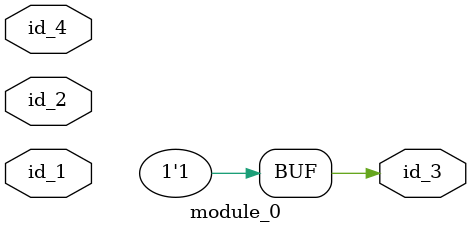
<source format=v>
module module_0 (
    id_1,
    id_2,
    id_3,
    id_4
);
  input id_4;
  output id_3;
  input id_2;
  inout id_1;
  genvar id_4;
  assign id_3 = 1;
endmodule

</source>
